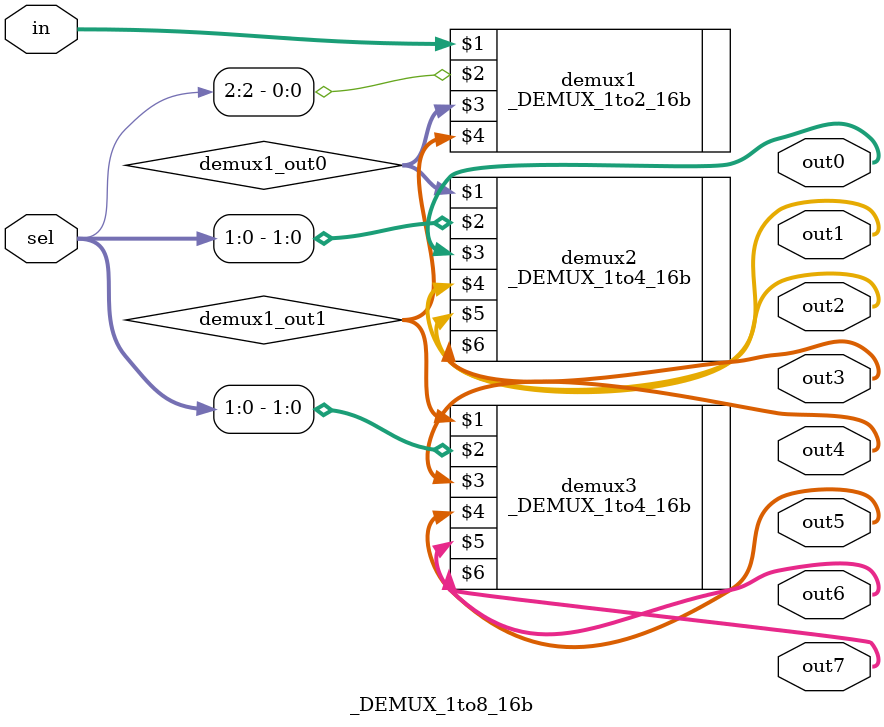
<source format=v>
`timescale 1ns / 1ps


module _DEMUX_1to8_16b(
    input [15:0] in,      // 16-bit input
    input [2:0] sel,      // 3-bit select input
    output [15:0] out0,   // 16-bit output 0
    output [15:0] out1,   // 16-bit output 1
    output [15:0] out2,   // 16-bit output 2
    output [15:0] out3,   // 16-bit output 3
    output [15:0] out4,   // 16-bit output 4
    output [15:0] out5,   // 16-bit output 5
    output [15:0] out6,   // 16-bit output 6
    output [15:0] out7    // 16-bit output 7
    );

    wire [15:0] demux1_out0, demux1_out1;

    _DEMUX_1to2_16b demux1(in, sel[2], demux1_out0, demux1_out1);
    
    _DEMUX_1to4_16b demux2(demux1_out0, sel[1:0], out0, out1, out2, out3);
    _DEMUX_1to4_16b demux3(demux1_out1, sel[1:0], out4, out5, out6, out7);

endmodule


</source>
